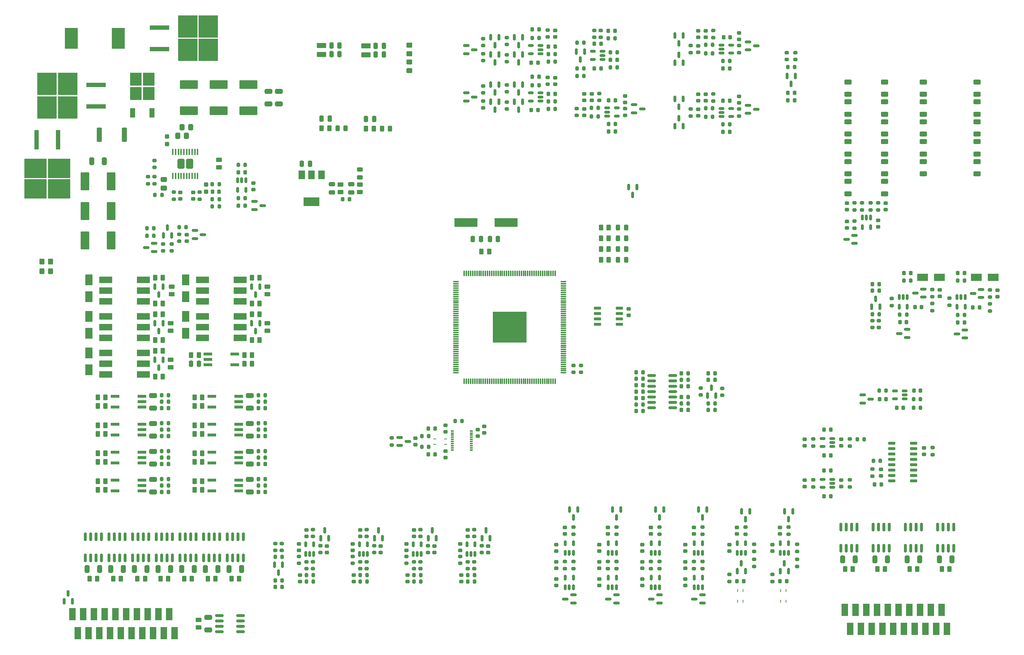
<source format=gbr>
%TF.GenerationSoftware,KiCad,Pcbnew,(6.0.9)*%
%TF.CreationDate,2023-05-11T15:11:40+03:00*%
%TF.ProjectId,EVD80_ControlBoard,45564438-305f-4436-9f6e-74726f6c426f,rev?*%
%TF.SameCoordinates,Original*%
%TF.FileFunction,Paste,Top*%
%TF.FilePolarity,Positive*%
%FSLAX46Y46*%
G04 Gerber Fmt 4.6, Leading zero omitted, Abs format (unit mm)*
G04 Created by KiCad (PCBNEW (6.0.9)) date 2023-05-11 15:11:40*
%MOMM*%
%LPD*%
G01*
G04 APERTURE LIST*
G04 Aperture macros list*
%AMRoundRect*
0 Rectangle with rounded corners*
0 $1 Rounding radius*
0 $2 $3 $4 $5 $6 $7 $8 $9 X,Y pos of 4 corners*
0 Add a 4 corners polygon primitive as box body*
4,1,4,$2,$3,$4,$5,$6,$7,$8,$9,$2,$3,0*
0 Add four circle primitives for the rounded corners*
1,1,$1+$1,$2,$3*
1,1,$1+$1,$4,$5*
1,1,$1+$1,$6,$7*
1,1,$1+$1,$8,$9*
0 Add four rect primitives between the rounded corners*
20,1,$1+$1,$2,$3,$4,$5,0*
20,1,$1+$1,$4,$5,$6,$7,0*
20,1,$1+$1,$6,$7,$8,$9,0*
20,1,$1+$1,$8,$9,$2,$3,0*%
G04 Aperture macros list end*
%ADD10R,1.800000X2.500000*%
%ADD11RoundRect,0.150000X0.587500X0.150000X-0.587500X0.150000X-0.587500X-0.150000X0.587500X-0.150000X0*%
%ADD12RoundRect,0.250000X0.450000X-0.262500X0.450000X0.262500X-0.450000X0.262500X-0.450000X-0.262500X0*%
%ADD13RoundRect,0.225000X0.225000X0.250000X-0.225000X0.250000X-0.225000X-0.250000X0.225000X-0.250000X0*%
%ADD14RoundRect,0.225000X-0.250000X0.225000X-0.250000X-0.225000X0.250000X-0.225000X0.250000X0.225000X0*%
%ADD15RoundRect,0.250000X-0.262500X-0.450000X0.262500X-0.450000X0.262500X0.450000X-0.262500X0.450000X0*%
%ADD16RoundRect,0.200000X0.275000X-0.200000X0.275000X0.200000X-0.275000X0.200000X-0.275000X-0.200000X0*%
%ADD17RoundRect,0.225000X-0.225000X-0.250000X0.225000X-0.250000X0.225000X0.250000X-0.225000X0.250000X0*%
%ADD18RoundRect,0.250000X0.650000X-0.325000X0.650000X0.325000X-0.650000X0.325000X-0.650000X-0.325000X0*%
%ADD19RoundRect,0.200000X-0.275000X0.200000X-0.275000X-0.200000X0.275000X-0.200000X0.275000X0.200000X0*%
%ADD20RoundRect,0.200000X-0.200000X-0.275000X0.200000X-0.275000X0.200000X0.275000X-0.200000X0.275000X0*%
%ADD21RoundRect,0.225000X0.250000X-0.225000X0.250000X0.225000X-0.250000X0.225000X-0.250000X-0.225000X0*%
%ADD22RoundRect,0.250000X-0.625000X0.312500X-0.625000X-0.312500X0.625000X-0.312500X0.625000X0.312500X0*%
%ADD23R,1.500000X3.000000*%
%ADD24RoundRect,0.250000X0.262500X0.450000X-0.262500X0.450000X-0.262500X-0.450000X0.262500X-0.450000X0*%
%ADD25RoundRect,0.150000X-0.150000X0.587500X-0.150000X-0.587500X0.150000X-0.587500X0.150000X0.587500X0*%
%ADD26RoundRect,0.250000X0.325000X0.650000X-0.325000X0.650000X-0.325000X-0.650000X0.325000X-0.650000X0*%
%ADD27RoundRect,0.200000X0.200000X0.275000X-0.200000X0.275000X-0.200000X-0.275000X0.200000X-0.275000X0*%
%ADD28RoundRect,0.150000X0.512500X0.150000X-0.512500X0.150000X-0.512500X-0.150000X0.512500X-0.150000X0*%
%ADD29RoundRect,0.150000X0.150000X-0.587500X0.150000X0.587500X-0.150000X0.587500X-0.150000X-0.587500X0*%
%ADD30RoundRect,0.150000X-0.587500X-0.150000X0.587500X-0.150000X0.587500X0.150000X-0.587500X0.150000X0*%
%ADD31R,2.000000X0.640000*%
%ADD32RoundRect,0.250000X-1.875000X0.787500X-1.875000X-0.787500X1.875000X-0.787500X1.875000X0.787500X0*%
%ADD33RoundRect,0.150000X-0.150000X0.512500X-0.150000X-0.512500X0.150000X-0.512500X0.150000X0.512500X0*%
%ADD34R,5.250000X4.550000*%
%ADD35R,1.100000X4.600000*%
%ADD36R,2.500000X1.800000*%
%ADD37R,4.550000X5.250000*%
%ADD38R,4.600000X1.100000*%
%ADD39R,0.762000X0.254000*%
%ADD40R,3.100000X5.000000*%
%ADD41RoundRect,0.250000X-0.450000X0.262500X-0.450000X-0.262500X0.450000X-0.262500X0.450000X0.262500X0*%
%ADD42R,0.254000X0.762000*%
%ADD43RoundRect,0.250000X-0.325000X-0.450000X0.325000X-0.450000X0.325000X0.450000X-0.325000X0.450000X0*%
%ADD44RoundRect,0.250000X-0.250000X-0.475000X0.250000X-0.475000X0.250000X0.475000X-0.250000X0.475000X0*%
%ADD45RoundRect,0.237500X-0.237500X0.300000X-0.237500X-0.300000X0.237500X-0.300000X0.237500X0.300000X0*%
%ADD46O,0.299999X1.450000*%
%ADD47O,1.450000X0.299999*%
%ADD48R,8.069999X7.330000*%
%ADD49RoundRect,0.243750X0.243750X0.456250X-0.243750X0.456250X-0.243750X-0.456250X0.243750X-0.456250X0*%
%ADD50R,2.750000X3.050000*%
%ADD51R,1.200000X2.200000*%
%ADD52RoundRect,0.250000X-0.787500X-1.875000X0.787500X-1.875000X0.787500X1.875000X-0.787500X1.875000X0*%
%ADD53RoundRect,0.150000X-0.512500X-0.150000X0.512500X-0.150000X0.512500X0.150000X-0.512500X0.150000X0*%
%ADD54RoundRect,0.150000X-0.150000X0.825000X-0.150000X-0.825000X0.150000X-0.825000X0.150000X0.825000X0*%
%ADD55RoundRect,0.250000X-0.650000X0.325000X-0.650000X-0.325000X0.650000X-0.325000X0.650000X0.325000X0*%
%ADD56RoundRect,0.150000X0.150000X-0.512500X0.150000X0.512500X-0.150000X0.512500X-0.150000X-0.512500X0*%
%ADD57RoundRect,0.250000X-0.850000X0.375000X-0.850000X-0.375000X0.850000X-0.375000X0.850000X0.375000X0*%
%ADD58RoundRect,0.250000X-0.325000X-0.650000X0.325000X-0.650000X0.325000X0.650000X-0.325000X0.650000X0*%
%ADD59R,3.100000X1.600000*%
%ADD60RoundRect,0.150000X-0.825000X-0.150000X0.825000X-0.150000X0.825000X0.150000X-0.825000X0.150000X0*%
%ADD61RoundRect,0.150000X0.725000X0.150000X-0.725000X0.150000X-0.725000X-0.150000X0.725000X-0.150000X0*%
%ADD62RoundRect,0.237500X0.237500X-0.300000X0.237500X0.300000X-0.237500X0.300000X-0.237500X-0.300000X0*%
%ADD63RoundRect,0.250000X0.475000X-0.250000X0.475000X0.250000X-0.475000X0.250000X-0.475000X-0.250000X0*%
%ADD64RoundRect,0.250000X0.250000X0.475000X-0.250000X0.475000X-0.250000X-0.475000X0.250000X-0.475000X0*%
%ADD65RoundRect,0.150000X0.825000X0.150000X-0.825000X0.150000X-0.825000X-0.150000X0.825000X-0.150000X0*%
%ADD66R,1.500000X2.000000*%
%ADD67R,3.800000X2.000000*%
%ADD68RoundRect,0.250000X-0.362500X-1.425000X0.362500X-1.425000X0.362500X1.425000X-0.362500X1.425000X0*%
%ADD69RoundRect,0.250000X0.475000X-0.337500X0.475000X0.337500X-0.475000X0.337500X-0.475000X-0.337500X0*%
%ADD70RoundRect,0.250000X-0.350000X-0.450000X0.350000X-0.450000X0.350000X0.450000X-0.350000X0.450000X0*%
%ADD71RoundRect,0.243750X-0.456250X0.243750X-0.456250X-0.243750X0.456250X-0.243750X0.456250X0.243750X0*%
%ADD72RoundRect,0.250000X-0.337500X-0.475000X0.337500X-0.475000X0.337500X0.475000X-0.337500X0.475000X0*%
%ADD73RoundRect,0.250000X-0.450000X0.350000X-0.450000X-0.350000X0.450000X-0.350000X0.450000X0.350000X0*%
%ADD74R,5.500000X2.000000*%
%ADD75RoundRect,0.250000X0.450000X-0.325000X0.450000X0.325000X-0.450000X0.325000X-0.450000X-0.325000X0*%
%ADD76RoundRect,0.218750X-0.218750X-0.256250X0.218750X-0.256250X0.218750X0.256250X-0.218750X0.256250X0*%
%ADD77R,0.780000X0.350000*%
%ADD78RoundRect,0.150000X-0.725000X-0.150000X0.725000X-0.150000X0.725000X0.150000X-0.725000X0.150000X0*%
%ADD79RoundRect,0.250001X0.554999X-0.899999X0.554999X0.899999X-0.554999X0.899999X-0.554999X-0.899999X0*%
%ADD80RoundRect,0.100000X0.100000X-0.637500X0.100000X0.637500X-0.100000X0.637500X-0.100000X-0.637500X0*%
G04 APERTURE END LIST*
D10*
%TO.C,D37*%
X118618000Y-152432000D03*
X118618000Y-156432000D03*
%TD*%
D11*
%TO.C,U12*%
X134033500Y-137094000D03*
X134033500Y-135194000D03*
X132158500Y-136144000D03*
%TD*%
D12*
%TO.C,R183*%
X137922000Y-164488500D03*
X137922000Y-162663500D03*
%TD*%
D13*
%TO.C,C87*%
X270044500Y-86490000D03*
X268494500Y-86490000D03*
%TD*%
D14*
%TO.C,C128*%
X168478000Y-213520000D03*
X168478000Y-215070000D03*
%TD*%
D15*
%TO.C,R146*%
X143537500Y-191392000D03*
X145362500Y-191392000D03*
%TD*%
D16*
%TO.C,R79*%
X217278000Y-99377000D03*
X217278000Y-97727000D03*
%TD*%
%TO.C,R197*%
X275768000Y-207965000D03*
X275768000Y-206315000D03*
%TD*%
D17*
%TO.C,C227*%
X313455000Y-169940000D03*
X315005000Y-169940000D03*
%TD*%
D18*
%TO.C,C175*%
X133782000Y-193883000D03*
X133782000Y-190933000D03*
%TD*%
D11*
%TO.C,D30*%
X243177500Y-220155000D03*
X243177500Y-218255000D03*
X241302500Y-219205000D03*
%TD*%
D14*
%TO.C,C134*%
X182702000Y-202852000D03*
X182702000Y-204402000D03*
%TD*%
D19*
%TO.C,R24*%
X138633000Y-123058000D03*
X138633000Y-124708000D03*
%TD*%
D16*
%TO.C,R80*%
X217278000Y-88201000D03*
X217278000Y-86551000D03*
%TD*%
D20*
%TO.C,R48*%
X264275000Y-88268000D03*
X265925000Y-88268000D03*
%TD*%
D16*
%TO.C,R228*%
X198704000Y-208262000D03*
X198704000Y-206612000D03*
%TD*%
D21*
%TO.C,C202*%
X212928000Y-208212000D03*
X212928000Y-206662000D03*
%TD*%
D14*
%TO.C,C95*%
X235566000Y-103365000D03*
X235566000Y-104915000D03*
%TD*%
%TO.C,C129*%
X193878000Y-213520000D03*
X193878000Y-215070000D03*
%TD*%
D22*
%TO.C,R113*%
X297942000Y-101722500D03*
X297942000Y-104647500D03*
%TD*%
D23*
%TO.C,J9*%
X297185000Y-221750000D03*
X298455000Y-226250000D03*
X299725000Y-221750000D03*
X300995000Y-226250000D03*
X302265000Y-221750000D03*
X303535000Y-226250000D03*
X304805000Y-221750000D03*
X306075000Y-226250000D03*
X307345000Y-221750000D03*
X308615000Y-226250000D03*
X309885000Y-221750000D03*
X311155000Y-226250000D03*
X312425000Y-221750000D03*
X313695000Y-226250000D03*
X314965000Y-221750000D03*
X316235000Y-226250000D03*
X317505000Y-221750000D03*
X318775000Y-226250000D03*
X320045000Y-221750000D03*
X321315000Y-226250000D03*
%TD*%
D15*
%TO.C,R169*%
X120677500Y-193424000D03*
X122502500Y-193424000D03*
%TD*%
D22*
%TO.C,R220*%
X315722000Y-101722500D03*
X315722000Y-104647500D03*
%TD*%
D17*
%TO.C,C106*%
X237993000Y-93804500D03*
X239543000Y-93804500D03*
%TD*%
D20*
%TO.C,R33*%
X132271000Y-131572000D03*
X133921000Y-131572000D03*
%TD*%
D15*
%TO.C,R155*%
X143537500Y-180216000D03*
X145362500Y-180216000D03*
%TD*%
D24*
%TO.C,R180*%
X158900500Y-157988000D03*
X157075500Y-157988000D03*
%TD*%
D14*
%TO.C,C92*%
X237344000Y-99809000D03*
X237344000Y-101359000D03*
%TD*%
D21*
%TO.C,C209*%
X202870000Y-185817000D03*
X202870000Y-184267000D03*
%TD*%
D16*
%TO.C,R106*%
X196926000Y-212072000D03*
X196926000Y-210422000D03*
%TD*%
D24*
%TO.C,R186*%
X136040500Y-160528000D03*
X134215500Y-160528000D03*
%TD*%
D25*
%TO.C,D15*%
X258938000Y-86060500D03*
X257038000Y-86060500D03*
X257988000Y-87935500D03*
%TD*%
D24*
%TO.C,R190*%
X136040500Y-157988000D03*
X134215500Y-157988000D03*
%TD*%
D17*
%TO.C,C228*%
X309391000Y-174004000D03*
X310941000Y-174004000D03*
%TD*%
D19*
%TO.C,R254*%
X289738000Y-191075000D03*
X289738000Y-192725000D03*
%TD*%
D24*
%TO.C,R89*%
X131849500Y-214376000D03*
X130024500Y-214376000D03*
%TD*%
D26*
%TO.C,C127*%
X299590000Y-209807000D03*
X296640000Y-209807000D03*
%TD*%
D13*
%TO.C,C89*%
X242945000Y-108712000D03*
X241395000Y-108712000D03*
%TD*%
D16*
%TO.C,R92*%
X170002000Y-212072000D03*
X170002000Y-210422000D03*
%TD*%
D27*
%TO.C,R1*%
X266509000Y-174549000D03*
X264859000Y-174549000D03*
%TD*%
D22*
%TO.C,R210*%
X328422000Y-101722500D03*
X328422000Y-104647500D03*
%TD*%
D21*
%TO.C,C212*%
X195758000Y-182769000D03*
X195758000Y-181219000D03*
%TD*%
D16*
%TO.C,R259*%
X234874000Y-165674000D03*
X234874000Y-164024000D03*
%TD*%
D20*
%TO.C,R171*%
X135751000Y-192408000D03*
X137401000Y-192408000D03*
%TD*%
D11*
%TO.C,D27*%
X253337500Y-220155000D03*
X253337500Y-218255000D03*
X251462500Y-219205000D03*
%TD*%
%TO.C,D31*%
X233017500Y-220155000D03*
X233017500Y-218255000D03*
X231142500Y-219205000D03*
%TD*%
D19*
%TO.C,R28*%
X132535000Y-119442000D03*
X132535000Y-121092000D03*
%TD*%
D21*
%TO.C,C124*%
X174828000Y-208212000D03*
X174828000Y-206662000D03*
%TD*%
D28*
%TO.C,U70*%
X294177500Y-192850000D03*
X294177500Y-191900000D03*
X294177500Y-190950000D03*
X291902500Y-190950000D03*
X291902500Y-192850000D03*
%TD*%
D29*
%TO.C,D21*%
X198770000Y-204818500D03*
X200670000Y-204818500D03*
X199720000Y-202943500D03*
%TD*%
D19*
%TO.C,R203*%
X331470000Y-149477000D03*
X331470000Y-151127000D03*
%TD*%
D30*
%TO.C,D8*%
X143639500Y-132149000D03*
X143639500Y-134049000D03*
X145514500Y-133099000D03*
%TD*%
D22*
%TO.C,R207*%
X328422000Y-115819500D03*
X328422000Y-118744500D03*
%TD*%
D26*
%TO.C,C117*%
X154637000Y-212090000D03*
X151687000Y-212090000D03*
%TD*%
D20*
%TO.C,R212*%
X323787000Y-143952000D03*
X325437000Y-143952000D03*
%TD*%
D24*
%TO.C,R178*%
X157122500Y-163576000D03*
X155297500Y-163576000D03*
%TD*%
D14*
%TO.C,C79*%
X141732000Y-133083000D03*
X141732000Y-134633000D03*
%TD*%
%TO.C,C206*%
X210490000Y-179187000D03*
X210490000Y-180737000D03*
%TD*%
D12*
%TO.C,R4*%
X178054000Y-123086500D03*
X178054000Y-121261500D03*
%TD*%
D31*
%TO.C,U42*%
X124790000Y-171326000D03*
X124790000Y-173866000D03*
X131090000Y-173866000D03*
X131090000Y-172596000D03*
X131090000Y-171326000D03*
%TD*%
D25*
%TO.C,D52*%
X248016000Y-121874500D03*
X246116000Y-121874500D03*
X247066000Y-123749500D03*
%TD*%
D20*
%TO.C,R2*%
X264859000Y-173025000D03*
X266509000Y-173025000D03*
%TD*%
D32*
%TO.C,C196*%
X156250000Y-97637500D03*
X156250000Y-103862500D03*
%TD*%
D19*
%TO.C,R54*%
X266116000Y-99889000D03*
X266116000Y-101539000D03*
%TD*%
D14*
%TO.C,C150*%
X259512000Y-206365000D03*
X259512000Y-207915000D03*
%TD*%
D20*
%TO.C,R204*%
X323787000Y-152080000D03*
X325437000Y-152080000D03*
%TD*%
D17*
%TO.C,C13*%
X258559000Y-171450000D03*
X260109000Y-171450000D03*
%TD*%
%TO.C,C179*%
X281851000Y-215014000D03*
X283401000Y-215014000D03*
%TD*%
D27*
%TO.C,R243*%
X198869000Y-183264000D03*
X197219000Y-183264000D03*
%TD*%
D24*
%TO.C,R85*%
X142898500Y-214376000D03*
X141073500Y-214376000D03*
%TD*%
%TO.C,R90*%
X126134500Y-214376000D03*
X124309500Y-214376000D03*
%TD*%
D21*
%TO.C,C60*%
X246126000Y-152159000D03*
X246126000Y-150609000D03*
%TD*%
D16*
%TO.C,R138*%
X233096000Y-212029000D03*
X233096000Y-210379000D03*
%TD*%
D19*
%TO.C,R133*%
X251384000Y-210379000D03*
X251384000Y-212029000D03*
%TD*%
D33*
%TO.C,U10*%
X155636000Y-120274500D03*
X154686000Y-120274500D03*
X153736000Y-120274500D03*
X153736000Y-122549500D03*
X155636000Y-122549500D03*
%TD*%
D14*
%TO.C,C155*%
X229032000Y-214493000D03*
X229032000Y-216043000D03*
%TD*%
D15*
%TO.C,R182*%
X142724500Y-161544000D03*
X144549500Y-161544000D03*
%TD*%
D16*
%TO.C,R260*%
X233096000Y-165674000D03*
X233096000Y-164024000D03*
%TD*%
D17*
%TO.C,C102*%
X241295000Y-84914500D03*
X242845000Y-84914500D03*
%TD*%
D21*
%TO.C,C107*%
X228708000Y-97549000D03*
X228708000Y-95999000D03*
%TD*%
D24*
%TO.C,R91*%
X120546500Y-214376000D03*
X118721500Y-214376000D03*
%TD*%
D34*
%TO.C,Q1*%
X111525000Y-117450000D03*
X105975000Y-117450000D03*
X111525000Y-122300000D03*
X105975000Y-122300000D03*
D35*
X111290000Y-110725000D03*
X106210000Y-110725000D03*
%TD*%
D36*
%TO.C,D44*%
X332200000Y-143190000D03*
X328200000Y-143190000D03*
%TD*%
D13*
%TO.C,C203*%
X164181000Y-214803000D03*
X162631000Y-214803000D03*
%TD*%
D21*
%TO.C,C219*%
X296342000Y-192675000D03*
X296342000Y-191125000D03*
%TD*%
D25*
%TO.C,Q15*%
X136078000Y-162638500D03*
X134178000Y-162638500D03*
X135128000Y-164513500D03*
%TD*%
D20*
%TO.C,R50*%
X264275000Y-103254000D03*
X265925000Y-103254000D03*
%TD*%
D27*
%TO.C,R258*%
X306927000Y-169940000D03*
X305277000Y-169940000D03*
%TD*%
D37*
%TO.C,D9*%
X141950000Y-89475000D03*
X146800000Y-89475000D03*
X141950000Y-83925000D03*
X146800000Y-83925000D03*
D38*
X135225000Y-84160000D03*
X135225000Y-89240000D03*
%TD*%
D19*
%TO.C,R124*%
X303276000Y-125601000D03*
X303276000Y-127251000D03*
%TD*%
D15*
%TO.C,R145*%
X120677500Y-186820000D03*
X122502500Y-186820000D03*
%TD*%
D14*
%TO.C,C135*%
X193624000Y-206154000D03*
X193624000Y-207704000D03*
%TD*%
%TO.C,C207*%
X212014000Y-178412000D03*
X212014000Y-179962000D03*
%TD*%
D26*
%TO.C,C116*%
X149049000Y-212090000D03*
X146099000Y-212090000D03*
%TD*%
D24*
%TO.C,R179*%
X157122500Y-161544000D03*
X155297500Y-161544000D03*
%TD*%
D16*
%TO.C,R241*%
X211404000Y-208262000D03*
X211404000Y-206612000D03*
%TD*%
D20*
%TO.C,R46*%
X237281000Y-103124000D03*
X238931000Y-103124000D03*
%TD*%
%TO.C,R101*%
X195339000Y-213533000D03*
X196989000Y-213533000D03*
%TD*%
D19*
%TO.C,R69*%
X226930000Y-95949000D03*
X226930000Y-97599000D03*
%TD*%
D21*
%TO.C,C220*%
X296342000Y-183023000D03*
X296342000Y-181473000D03*
%TD*%
D39*
%TO.C,L12*%
X202870000Y-182643999D03*
X202870000Y-181344001D03*
X200330000Y-181344001D03*
X200330000Y-182643999D03*
%TD*%
D22*
%TO.C,R120*%
X306578000Y-120518500D03*
X306578000Y-123443500D03*
%TD*%
D25*
%TO.C,Q8*%
X221022000Y-86438500D03*
X219122000Y-86438500D03*
X220072000Y-88313500D03*
%TD*%
D19*
%TO.C,R123*%
X299466000Y-125601000D03*
X299466000Y-127251000D03*
%TD*%
D40*
%TO.C,L7*%
X114450000Y-86700000D03*
X125550000Y-86700000D03*
%TD*%
D14*
%TO.C,C161*%
X231064000Y-202301000D03*
X231064000Y-203851000D03*
%TD*%
D27*
%TO.C,R75*%
X224961000Y-97790000D03*
X223311000Y-97790000D03*
%TD*%
D41*
%TO.C,TH1*%
X149352000Y-115419500D03*
X149352000Y-117244500D03*
%TD*%
D33*
%TO.C,U59*%
X325562000Y-147894500D03*
X324612000Y-147894500D03*
X323662000Y-147894500D03*
X323662000Y-150169500D03*
X325562000Y-150169500D03*
%TD*%
D42*
%TO.C,L10*%
X271816001Y-219713000D03*
X273115999Y-219713000D03*
X273115999Y-217173000D03*
X271816001Y-217173000D03*
%TD*%
D28*
%TO.C,U71*%
X294177500Y-183198000D03*
X294177500Y-182248000D03*
X294177500Y-181298000D03*
X291902500Y-181298000D03*
X291902500Y-183198000D03*
%TD*%
D14*
%TO.C,C83*%
X245218000Y-100317000D03*
X245218000Y-101867000D03*
%TD*%
D16*
%TO.C,R195*%
X275768000Y-211521000D03*
X275768000Y-209871000D03*
%TD*%
D19*
%TO.C,R231*%
X164168000Y-206104000D03*
X164168000Y-207754000D03*
%TD*%
D43*
%TO.C,D4*%
X107475000Y-141750000D03*
X109525000Y-141750000D03*
%TD*%
D16*
%TO.C,R248*%
X303708000Y-190185000D03*
X303708000Y-188535000D03*
%TD*%
D19*
%TO.C,R57*%
X260782000Y-103445000D03*
X260782000Y-105095000D03*
%TD*%
D30*
%TO.C,D12*%
X274322500Y-102558000D03*
X274322500Y-104458000D03*
X276197500Y-103508000D03*
%TD*%
D16*
%TO.C,R205*%
X331470000Y-147825000D03*
X331470000Y-146175000D03*
%TD*%
D19*
%TO.C,R70*%
X226930000Y-84773000D03*
X226930000Y-86423000D03*
%TD*%
D44*
%TO.C,C61*%
X213300000Y-134106000D03*
X215200000Y-134106000D03*
%TD*%
D15*
%TO.C,R157*%
X143537500Y-186820000D03*
X145362500Y-186820000D03*
%TD*%
%TO.C,R142*%
X120677500Y-171580000D03*
X122502500Y-171580000D03*
%TD*%
D36*
%TO.C,D46*%
X319500000Y-143190000D03*
X315500000Y-143190000D03*
%TD*%
D20*
%TO.C,R151*%
X135751000Y-171072000D03*
X137401000Y-171072000D03*
%TD*%
%TO.C,R161*%
X158611000Y-185804000D03*
X160261000Y-185804000D03*
%TD*%
D18*
%TO.C,C164*%
X156642000Y-193883000D03*
X156642000Y-190933000D03*
%TD*%
D27*
%TO.C,R71*%
X228771000Y-103378000D03*
X227121000Y-103378000D03*
%TD*%
D21*
%TO.C,C226*%
X287706000Y-183023000D03*
X287706000Y-181473000D03*
%TD*%
D15*
%TO.C,R159*%
X143537500Y-173612000D03*
X145362500Y-173612000D03*
%TD*%
D45*
%TO.C,C73*%
X146253000Y-121242500D03*
X146253000Y-122967500D03*
%TD*%
D20*
%TO.C,R43*%
X241345000Y-106934000D03*
X242995000Y-106934000D03*
%TD*%
D19*
%TO.C,R253*%
X298374000Y-181423000D03*
X298374000Y-183073000D03*
%TD*%
D46*
%TO.C,U7*%
X207249999Y-167725001D03*
X207749998Y-167725001D03*
X208249999Y-167725001D03*
X208749998Y-167725001D03*
X209250000Y-167725001D03*
X209749999Y-167725001D03*
X210249998Y-167725001D03*
X210749999Y-167725001D03*
X211249998Y-167725001D03*
X211750000Y-167725001D03*
X212249999Y-167725001D03*
X212749998Y-167725001D03*
X213249999Y-167725001D03*
X213749998Y-167725001D03*
X214250000Y-167725001D03*
X214749999Y-167725001D03*
X215249998Y-167725001D03*
X215749999Y-167725001D03*
X216249998Y-167725001D03*
X216750000Y-167725001D03*
X217249999Y-167725001D03*
X217749998Y-167725001D03*
X218250000Y-167725001D03*
X218749998Y-167725001D03*
X219250000Y-167725001D03*
X219749999Y-167725001D03*
X220249998Y-167725001D03*
X220750000Y-167725001D03*
X221249999Y-167725001D03*
X221749998Y-167725001D03*
X222249999Y-167725001D03*
X222749998Y-167725001D03*
X223250000Y-167725001D03*
X223749999Y-167725001D03*
X224249998Y-167725001D03*
X224749999Y-167725001D03*
X225249998Y-167725001D03*
X225750000Y-167725001D03*
X226249999Y-167725001D03*
X226749998Y-167725001D03*
X227249999Y-167725001D03*
X227749998Y-167725001D03*
X228250000Y-167725001D03*
X228749999Y-167725001D03*
D47*
X230724999Y-165750001D03*
X230724999Y-165250002D03*
X230724999Y-164750001D03*
X230724999Y-164250002D03*
X230724999Y-163750000D03*
X230724999Y-163250001D03*
X230724999Y-162750002D03*
X230724999Y-162250001D03*
X230724999Y-161750002D03*
X230724999Y-161250000D03*
X230724999Y-160750001D03*
X230724999Y-160250002D03*
X230724999Y-159750001D03*
X230724999Y-159250002D03*
X230724999Y-158750000D03*
X230724999Y-158250001D03*
X230724999Y-157750002D03*
X230724999Y-157250001D03*
X230724999Y-156750002D03*
X230724999Y-156250000D03*
X230724999Y-155750001D03*
X230724999Y-155250002D03*
X230724999Y-154750000D03*
X230724999Y-154250002D03*
X230724999Y-153750000D03*
X230724999Y-153250001D03*
X230724999Y-152750002D03*
X230724999Y-152250000D03*
X230724999Y-151750001D03*
X230724999Y-151250002D03*
X230724999Y-150750001D03*
X230724999Y-150250002D03*
X230724999Y-149750000D03*
X230724999Y-149250001D03*
X230724999Y-148750002D03*
X230724999Y-148250001D03*
X230724999Y-147750002D03*
X230724999Y-147250000D03*
X230724999Y-146750001D03*
X230724999Y-146250002D03*
X230724999Y-145750001D03*
X230724999Y-145250002D03*
X230724999Y-144750000D03*
X230724999Y-144250001D03*
D46*
X228749999Y-142275001D03*
X228250000Y-142275001D03*
X227749998Y-142275001D03*
X227249999Y-142275001D03*
X226749998Y-142275001D03*
X226249999Y-142275001D03*
X225750000Y-142275001D03*
X225249998Y-142275001D03*
X224749999Y-142275001D03*
X224249998Y-142275001D03*
X223749999Y-142275001D03*
X223250000Y-142275001D03*
X222749998Y-142275001D03*
X222249999Y-142275001D03*
X221749998Y-142275001D03*
X221249999Y-142275001D03*
X220750000Y-142275001D03*
X220249998Y-142275001D03*
X219749999Y-142275001D03*
X219250000Y-142275001D03*
X218749998Y-142275001D03*
X218250000Y-142275001D03*
X217749998Y-142275001D03*
X217249999Y-142275001D03*
X216750000Y-142275001D03*
X216249998Y-142275001D03*
X215749999Y-142275001D03*
X215249998Y-142275001D03*
X214749999Y-142275001D03*
X214250000Y-142275001D03*
X213749998Y-142275001D03*
X213249999Y-142275001D03*
X212749998Y-142275001D03*
X212249999Y-142275001D03*
X211750000Y-142275001D03*
X211249998Y-142275001D03*
X210749999Y-142275001D03*
X210249998Y-142275001D03*
X209749999Y-142275001D03*
X209250000Y-142275001D03*
X208749998Y-142275001D03*
X208249999Y-142275001D03*
X207749998Y-142275001D03*
X207249999Y-142275001D03*
D47*
X205274999Y-144250001D03*
X205274999Y-144750000D03*
X205274999Y-145250002D03*
X205274999Y-145750001D03*
X205274999Y-146250002D03*
X205274999Y-146750001D03*
X205274999Y-147250000D03*
X205274999Y-147750002D03*
X205274999Y-148250001D03*
X205274999Y-148750002D03*
X205274999Y-149250001D03*
X205274999Y-149750000D03*
X205274999Y-150250002D03*
X205274999Y-150750001D03*
X205274999Y-151250002D03*
X205274999Y-151750001D03*
X205274999Y-152250000D03*
X205274999Y-152750002D03*
X205274999Y-153250001D03*
X205274999Y-153750000D03*
X205274999Y-154250002D03*
X205274999Y-154750000D03*
X205274999Y-155250002D03*
X205274999Y-155750001D03*
X205274999Y-156250000D03*
X205274999Y-156750002D03*
X205274999Y-157250001D03*
X205274999Y-157750002D03*
X205274999Y-158250001D03*
X205274999Y-158750000D03*
X205274999Y-159250002D03*
X205274999Y-159750001D03*
X205274999Y-160250002D03*
X205274999Y-160750001D03*
X205274999Y-161250000D03*
X205274999Y-161750002D03*
X205274999Y-162250001D03*
X205274999Y-162750002D03*
X205274999Y-163250001D03*
X205274999Y-163750000D03*
X205274999Y-164250002D03*
X205274999Y-164750001D03*
X205274999Y-165250002D03*
X205274999Y-165750001D03*
D48*
X218000000Y-155000000D03*
%TD*%
D16*
%TO.C,R40*%
X245218000Y-104965000D03*
X245218000Y-103315000D03*
%TD*%
D19*
%TO.C,R64*%
X239530000Y-84851500D03*
X239530000Y-86501500D03*
%TD*%
%TO.C,R137*%
X241224000Y-210379000D03*
X241224000Y-212029000D03*
%TD*%
D12*
%TO.C,R7*%
X182626000Y-123086500D03*
X182626000Y-121261500D03*
%TD*%
D25*
%TO.C,Q6*%
X221022000Y-90502500D03*
X219122000Y-90502500D03*
X220072000Y-92377500D03*
%TD*%
D20*
%TO.C,R49*%
X264275000Y-90300000D03*
X265925000Y-90300000D03*
%TD*%
D29*
%TO.C,Q2*%
X136210000Y-133271500D03*
X138110000Y-133271500D03*
X137160000Y-131396500D03*
%TD*%
D27*
%TO.C,R128*%
X260159000Y-167386000D03*
X258509000Y-167386000D03*
%TD*%
D19*
%TO.C,R53*%
X266116000Y-84903000D03*
X266116000Y-86553000D03*
%TD*%
D26*
%TO.C,C115*%
X143461000Y-212090000D03*
X140511000Y-212090000D03*
%TD*%
D29*
%TO.C,D22*%
X186070000Y-204818500D03*
X187970000Y-204818500D03*
X187020000Y-202943500D03*
%TD*%
D15*
%TO.C,R147*%
X143537500Y-193424000D03*
X145362500Y-193424000D03*
%TD*%
D11*
%TO.C,Q19*%
X315694500Y-147892000D03*
X315694500Y-145992000D03*
X313819500Y-146942000D03*
%TD*%
D49*
%TO.C,D50*%
X245463500Y-131448000D03*
X243588500Y-131448000D03*
%TD*%
D50*
%TO.C,Q3*%
X132725000Y-99725000D03*
X129675000Y-99725000D03*
X132725000Y-96375000D03*
X129675000Y-96375000D03*
D51*
X128920000Y-104350000D03*
X133480000Y-104350000D03*
%TD*%
D18*
%TO.C,C174*%
X133782000Y-180675000D03*
X133782000Y-177725000D03*
%TD*%
D17*
%TO.C,C105*%
X283705000Y-101346000D03*
X285255000Y-101346000D03*
%TD*%
%TO.C,C217*%
X304203000Y-192154000D03*
X305753000Y-192154000D03*
%TD*%
D52*
%TO.C,C65*%
X117637500Y-127500000D03*
X123862500Y-127500000D03*
%TD*%
D12*
%TO.C,R174*%
X160782000Y-155852500D03*
X160782000Y-154027500D03*
%TD*%
D14*
%TO.C,C152*%
X261544000Y-202301000D03*
X261544000Y-203851000D03*
%TD*%
D19*
%TO.C,R206*%
X321869000Y-148149000D03*
X321869000Y-149799000D03*
%TD*%
D16*
%TO.C,R199*%
X273736000Y-203901000D03*
X273736000Y-202251000D03*
%TD*%
D25*
%TO.C,Q14*%
X158938000Y-145366500D03*
X157038000Y-145366500D03*
X157988000Y-147241500D03*
%TD*%
%TO.C,D28*%
X264526000Y-198074500D03*
X262626000Y-198074500D03*
X263576000Y-199949500D03*
%TD*%
D19*
%TO.C,R58*%
X283464000Y-90107000D03*
X283464000Y-91757000D03*
%TD*%
D30*
%TO.C,D6*%
X157736500Y-125291000D03*
X157736500Y-127191000D03*
X159611500Y-126241000D03*
%TD*%
D20*
%TO.C,R9*%
X247841000Y-167132000D03*
X249491000Y-167132000D03*
%TD*%
D14*
%TO.C,C94*%
X264338000Y-99939000D03*
X264338000Y-101489000D03*
%TD*%
D53*
%TO.C,U15*%
X268026500Y-103320000D03*
X268026500Y-104270000D03*
X268026500Y-105220000D03*
X270301500Y-105220000D03*
X270301500Y-103320000D03*
%TD*%
D54*
%TO.C,U22*%
X155067000Y-204535000D03*
X153797000Y-204535000D03*
X152527000Y-204535000D03*
X151257000Y-204535000D03*
X151257000Y-209485000D03*
X152527000Y-209485000D03*
X153797000Y-209485000D03*
X155067000Y-209485000D03*
%TD*%
D27*
%TO.C,R229*%
X209689000Y-215057000D03*
X208039000Y-215057000D03*
%TD*%
D22*
%TO.C,R209*%
X328422000Y-106421500D03*
X328422000Y-109346500D03*
%TD*%
D16*
%TO.C,R227*%
X173304000Y-208262000D03*
X173304000Y-206612000D03*
%TD*%
D55*
%TO.C,C81*%
X161000000Y-99275000D03*
X161000000Y-102225000D03*
%TD*%
D27*
%TO.C,R66*%
X235529000Y-95582500D03*
X233879000Y-95582500D03*
%TD*%
D19*
%TO.C,R216*%
X308204000Y-148218000D03*
X308204000Y-149868000D03*
%TD*%
D17*
%TO.C,C185*%
X323837000Y-153858000D03*
X325387000Y-153858000D03*
%TD*%
D20*
%TO.C,R45*%
X268339000Y-107064000D03*
X269989000Y-107064000D03*
%TD*%
D14*
%TO.C,C99*%
X262560000Y-84953000D03*
X262560000Y-86503000D03*
%TD*%
D56*
%TO.C,U40*%
X241290000Y-208277500D03*
X242240000Y-208277500D03*
X243190000Y-208277500D03*
X243190000Y-206002500D03*
X241290000Y-206002500D03*
%TD*%
D25*
%TO.C,Q11*%
X215434000Y-86438500D03*
X213534000Y-86438500D03*
X214484000Y-88313500D03*
%TD*%
D15*
%TO.C,R226*%
X239549500Y-131448000D03*
X241374500Y-131448000D03*
%TD*%
D25*
%TO.C,D13*%
X258938000Y-101046500D03*
X257038000Y-101046500D03*
X257988000Y-102921500D03*
%TD*%
D57*
%TO.C,L2*%
X184042500Y-88475000D03*
X184042500Y-90625000D03*
%TD*%
D14*
%TO.C,C216*%
X315900000Y-183505000D03*
X315900000Y-185055000D03*
%TD*%
D17*
%TO.C,C188*%
X303695000Y-144831500D03*
X305245000Y-144831500D03*
%TD*%
D20*
%TO.C,R162*%
X158611000Y-172596000D03*
X160261000Y-172596000D03*
%TD*%
D22*
%TO.C,R221*%
X315722000Y-97023500D03*
X315722000Y-99948500D03*
%TD*%
D24*
%TO.C,R87*%
X154074500Y-214376000D03*
X152249500Y-214376000D03*
%TD*%
D16*
%TO.C,R235*%
X184226000Y-212072000D03*
X184226000Y-210422000D03*
%TD*%
D17*
%TO.C,C109*%
X227171000Y-99822000D03*
X228721000Y-99822000D03*
%TD*%
D13*
%TO.C,C165*%
X137351000Y-174120000D03*
X135801000Y-174120000D03*
%TD*%
D22*
%TO.C,R115*%
X297942000Y-106421500D03*
X297942000Y-109346500D03*
%TD*%
D19*
%TO.C,R139*%
X231064000Y-210379000D03*
X231064000Y-212029000D03*
%TD*%
D16*
%TO.C,R136*%
X243256000Y-212029000D03*
X243256000Y-210379000D03*
%TD*%
D15*
%TO.C,R156*%
X143537500Y-184788000D03*
X145362500Y-184788000D03*
%TD*%
D32*
%TO.C,C195*%
X149250000Y-97637500D03*
X149250000Y-103862500D03*
%TD*%
D19*
%TO.C,R82*%
X211690000Y-101537000D03*
X211690000Y-103187000D03*
%TD*%
D31*
%TO.C,U46*%
X147650000Y-184534000D03*
X147650000Y-187074000D03*
X153950000Y-187074000D03*
X153950000Y-185804000D03*
X153950000Y-184534000D03*
%TD*%
D15*
%TO.C,R154*%
X143537500Y-178184000D03*
X145362500Y-178184000D03*
%TD*%
D14*
%TO.C,C200*%
X206324000Y-206154000D03*
X206324000Y-207704000D03*
%TD*%
D13*
%TO.C,C86*%
X242945000Y-101346000D03*
X241395000Y-101346000D03*
%TD*%
D14*
%TO.C,C85*%
X272212000Y-100447000D03*
X272212000Y-101997000D03*
%TD*%
D24*
%TO.C,R189*%
X136040500Y-166624000D03*
X134215500Y-166624000D03*
%TD*%
D13*
%TO.C,C104*%
X239543000Y-87962500D03*
X237993000Y-87962500D03*
%TD*%
D27*
%TO.C,R100*%
X196989000Y-215057000D03*
X195339000Y-215057000D03*
%TD*%
D22*
%TO.C,R121*%
X297942000Y-120518500D03*
X297942000Y-123443500D03*
%TD*%
D27*
%TO.C,R104*%
X184289000Y-215057000D03*
X182639000Y-215057000D03*
%TD*%
D19*
%TO.C,R25*%
X134061000Y-115565000D03*
X134061000Y-117215000D03*
%TD*%
D14*
%TO.C,C96*%
X262560000Y-88509000D03*
X262560000Y-90059000D03*
%TD*%
D20*
%TO.C,R105*%
X182639000Y-213533000D03*
X184289000Y-213533000D03*
%TD*%
D15*
%TO.C,R143*%
X120677500Y-173612000D03*
X122502500Y-173612000D03*
%TD*%
D58*
%TO.C,C67*%
X119275000Y-115750000D03*
X122225000Y-115750000D03*
%TD*%
D18*
%TO.C,C169*%
X156642000Y-187279000D03*
X156642000Y-184329000D03*
%TD*%
D29*
%TO.C,U4*%
X264734000Y-171117500D03*
X266634000Y-171117500D03*
X265684000Y-169242500D03*
%TD*%
D16*
%TO.C,R102*%
X171526000Y-204452000D03*
X171526000Y-202802000D03*
%TD*%
D10*
%TO.C,D34*%
X141478000Y-152432000D03*
X141478000Y-156432000D03*
%TD*%
D11*
%TO.C,D43*%
X325549500Y-157544000D03*
X325549500Y-155644000D03*
X323674500Y-156594000D03*
%TD*%
D59*
%TO.C,U55*%
X131445000Y-148844000D03*
X131445000Y-146304000D03*
X131445000Y-143764000D03*
X122555000Y-143764000D03*
X122555000Y-146304000D03*
X122555000Y-148844000D03*
%TD*%
D17*
%TO.C,C101*%
X241803000Y-91772500D03*
X243353000Y-91772500D03*
%TD*%
D14*
%TO.C,C97*%
X262560000Y-103495000D03*
X262560000Y-105045000D03*
%TD*%
D30*
%TO.C,D10*%
X247398500Y-102431000D03*
X247398500Y-104331000D03*
X249273500Y-103381000D03*
%TD*%
D17*
%TO.C,C110*%
X227171000Y-88646000D03*
X228721000Y-88646000D03*
%TD*%
D23*
%TO.C,J8*%
X138815000Y-227250000D03*
X137545000Y-222750000D03*
X136275000Y-227250000D03*
X135005000Y-222750000D03*
X133735000Y-227250000D03*
X132465000Y-222750000D03*
X131195000Y-227250000D03*
X129925000Y-222750000D03*
X128655000Y-227250000D03*
X127385000Y-222750000D03*
X126115000Y-227250000D03*
X124845000Y-222750000D03*
X123575000Y-227250000D03*
X122305000Y-222750000D03*
X121035000Y-227250000D03*
X119765000Y-222750000D03*
X118495000Y-227250000D03*
X117225000Y-222750000D03*
X115955000Y-227250000D03*
X114685000Y-222750000D03*
%TD*%
D16*
%TO.C,R134*%
X263576000Y-203901000D03*
X263576000Y-202251000D03*
%TD*%
D22*
%TO.C,R219*%
X315722000Y-106421500D03*
X315722000Y-109346500D03*
%TD*%
D27*
%TO.C,R250*%
X305549000Y-186566000D03*
X303899000Y-186566000D03*
%TD*%
D20*
%TO.C,R99*%
X169939000Y-213533000D03*
X171589000Y-213533000D03*
%TD*%
D25*
%TO.C,D32*%
X244206000Y-198074500D03*
X242306000Y-198074500D03*
X243256000Y-199949500D03*
%TD*%
D16*
%TO.C,R3*%
X268224000Y-171056000D03*
X268224000Y-169406000D03*
%TD*%
%TO.C,R140*%
X243256000Y-203901000D03*
X243256000Y-202251000D03*
%TD*%
D44*
%TO.C,C3*%
X186327500Y-88534000D03*
X188227500Y-88534000D03*
%TD*%
D13*
%TO.C,C222*%
X293815000Y-179200000D03*
X292265000Y-179200000D03*
%TD*%
D25*
%TO.C,Q5*%
X221022000Y-101678500D03*
X219122000Y-101678500D03*
X220072000Y-103553500D03*
%TD*%
D19*
%TO.C,R55*%
X233788000Y-103315000D03*
X233788000Y-104965000D03*
%TD*%
D20*
%TO.C,R31*%
X147714000Y-124772000D03*
X149364000Y-124772000D03*
%TD*%
D56*
%TO.C,U37*%
X251450000Y-208277500D03*
X252400000Y-208277500D03*
X253350000Y-208277500D03*
X253350000Y-206002500D03*
X251450000Y-206002500D03*
%TD*%
D17*
%TO.C,C10*%
X264922000Y-165862000D03*
X266472000Y-165862000D03*
%TD*%
D22*
%TO.C,R217*%
X315722000Y-115819500D03*
X315722000Y-118744500D03*
%TD*%
D17*
%TO.C,C211*%
X198806000Y-178946000D03*
X200356000Y-178946000D03*
%TD*%
D20*
%TO.C,R257*%
X313405000Y-171972000D03*
X315055000Y-171972000D03*
%TD*%
D55*
%TO.C,C82*%
X163500000Y-99275000D03*
X163500000Y-102225000D03*
%TD*%
D13*
%TO.C,C72*%
X149314000Y-122994000D03*
X147764000Y-122994000D03*
%TD*%
D24*
%TO.C,R97*%
X299032500Y-212093000D03*
X297207500Y-212093000D03*
%TD*%
D20*
%TO.C,R165*%
X158611000Y-171072000D03*
X160261000Y-171072000D03*
%TD*%
D22*
%TO.C,R211*%
X328422000Y-97023500D03*
X328422000Y-99948500D03*
%TD*%
D31*
%TO.C,U43*%
X124790000Y-184534000D03*
X124790000Y-187074000D03*
X131090000Y-187074000D03*
X131090000Y-185804000D03*
X131090000Y-184534000D03*
%TD*%
D60*
%TO.C,U5*%
X251525000Y-166370000D03*
X251525000Y-167640000D03*
X251525000Y-168910000D03*
X251525000Y-170180000D03*
X251525000Y-171450000D03*
X251525000Y-172720000D03*
X251525000Y-173990000D03*
X256475000Y-173990000D03*
X256475000Y-172720000D03*
X256475000Y-171450000D03*
X256475000Y-170180000D03*
X256475000Y-168910000D03*
X256475000Y-167640000D03*
X256475000Y-166370000D03*
%TD*%
D19*
%TO.C,R21*%
X134112000Y-119442000D03*
X134112000Y-121092000D03*
%TD*%
D14*
%TO.C,C181*%
X280086000Y-206365000D03*
X280086000Y-207915000D03*
%TD*%
D15*
%TO.C,R166*%
X120677500Y-178184000D03*
X122502500Y-178184000D03*
%TD*%
D19*
%TO.C,R238*%
X180924000Y-209152000D03*
X180924000Y-210802000D03*
%TD*%
D27*
%TO.C,R73*%
X228771000Y-92199000D03*
X227121000Y-92199000D03*
%TD*%
D16*
%TO.C,R245*%
X190170000Y-182819000D03*
X190170000Y-181169000D03*
%TD*%
D18*
%TO.C,C162*%
X133782000Y-174071000D03*
X133782000Y-171121000D03*
%TD*%
D13*
%TO.C,C176*%
X137351000Y-180724000D03*
X135801000Y-180724000D03*
%TD*%
D30*
%TO.C,D11*%
X274322500Y-87572000D03*
X274322500Y-89472000D03*
X276197500Y-88522000D03*
%TD*%
D61*
%TO.C,U33*%
X313395000Y-191265000D03*
X313395000Y-189995000D03*
X313395000Y-188725000D03*
X313395000Y-187455000D03*
X313395000Y-186185000D03*
X313395000Y-184915000D03*
X313395000Y-183645000D03*
X313395000Y-182375000D03*
X308245000Y-182375000D03*
X308245000Y-183645000D03*
X308245000Y-184915000D03*
X308245000Y-186185000D03*
X308245000Y-187455000D03*
X308245000Y-188725000D03*
X308245000Y-189995000D03*
X308245000Y-191265000D03*
%TD*%
D19*
%TO.C,R193*%
X269926000Y-213427000D03*
X269926000Y-215077000D03*
%TD*%
D24*
%TO.C,R88*%
X137310500Y-214376000D03*
X135485500Y-214376000D03*
%TD*%
D31*
%TO.C,U44*%
X147650000Y-191138000D03*
X147650000Y-193678000D03*
X153950000Y-193678000D03*
X153950000Y-192408000D03*
X153950000Y-191138000D03*
%TD*%
D22*
%TO.C,R117*%
X297942000Y-111120500D03*
X297942000Y-114045500D03*
%TD*%
D19*
%TO.C,R126*%
X299466000Y-129919000D03*
X299466000Y-131569000D03*
%TD*%
D62*
%TO.C,C78*%
X137033000Y-111667500D03*
X137033000Y-109942500D03*
%TD*%
D21*
%TO.C,C225*%
X287706000Y-192675000D03*
X287706000Y-191125000D03*
%TD*%
D59*
%TO.C,U54*%
X131445000Y-157480000D03*
X131445000Y-154940000D03*
X131445000Y-152400000D03*
X122555000Y-152400000D03*
X122555000Y-154940000D03*
X122555000Y-157480000D03*
%TD*%
D44*
%TO.C,C8*%
X184042500Y-105806000D03*
X185942500Y-105806000D03*
%TD*%
D19*
%TO.C,R125*%
X301244000Y-125601000D03*
X301244000Y-127251000D03*
%TD*%
%TO.C,R52*%
X239122000Y-99759000D03*
X239122000Y-101409000D03*
%TD*%
D25*
%TO.C,U63*%
X164348000Y-211071500D03*
X162448000Y-211071500D03*
X163398000Y-212946500D03*
%TD*%
D49*
%TO.C,D2*%
X189727500Y-108092000D03*
X187852500Y-108092000D03*
%TD*%
D29*
%TO.C,D14*%
X257038000Y-107493500D03*
X258938000Y-107493500D03*
X257988000Y-105618500D03*
%TD*%
D16*
%TO.C,R41*%
X272212000Y-90109000D03*
X272212000Y-88459000D03*
%TD*%
D19*
%TO.C,R56*%
X260782000Y-88459000D03*
X260782000Y-90109000D03*
%TD*%
D13*
%TO.C,C90*%
X269939000Y-93856000D03*
X268389000Y-93856000D03*
%TD*%
D22*
%TO.C,R116*%
X306578000Y-111120500D03*
X306578000Y-114045500D03*
%TD*%
D20*
%TO.C,R22*%
X134176000Y-123759000D03*
X135826000Y-123759000D03*
%TD*%
D13*
%TO.C,C113*%
X224911000Y-95758000D03*
X223361000Y-95758000D03*
%TD*%
D16*
%TO.C,R135*%
X253416000Y-203901000D03*
X253416000Y-202251000D03*
%TD*%
D14*
%TO.C,C151*%
X249352000Y-206365000D03*
X249352000Y-207915000D03*
%TD*%
D16*
%TO.C,R61*%
X285496000Y-91757000D03*
X285496000Y-90107000D03*
%TD*%
D14*
%TO.C,C205*%
X208102000Y-202852000D03*
X208102000Y-204402000D03*
%TD*%
D27*
%TO.C,R29*%
X155511000Y-124460000D03*
X153861000Y-124460000D03*
%TD*%
D16*
%TO.C,R198*%
X283896000Y-203901000D03*
X283896000Y-202251000D03*
%TD*%
D13*
%TO.C,C171*%
X160211000Y-180724000D03*
X158661000Y-180724000D03*
%TD*%
D16*
%TO.C,R42*%
X272212000Y-105095000D03*
X272212000Y-103445000D03*
%TD*%
D22*
%TO.C,R119*%
X297942000Y-115819500D03*
X297942000Y-118744500D03*
%TD*%
D19*
%TO.C,R255*%
X289738000Y-181423000D03*
X289738000Y-183073000D03*
%TD*%
D56*
%TO.C,U61*%
X195214000Y-208574500D03*
X196164000Y-208574500D03*
X197114000Y-208574500D03*
X197114000Y-206299500D03*
X195214000Y-206299500D03*
%TD*%
D15*
%TO.C,R144*%
X120677500Y-184788000D03*
X122502500Y-184788000D03*
%TD*%
D52*
%TO.C,C66*%
X117637500Y-134500000D03*
X123862500Y-134500000D03*
%TD*%
D14*
%TO.C,C186*%
X333248000Y-146225000D03*
X333248000Y-147775000D03*
%TD*%
D13*
%TO.C,C88*%
X269939000Y-101476000D03*
X268389000Y-101476000D03*
%TD*%
D26*
%TO.C,C121*%
X121109000Y-212090000D03*
X118159000Y-212090000D03*
%TD*%
D16*
%TO.C,R234*%
X182702000Y-212072000D03*
X182702000Y-210422000D03*
%TD*%
D17*
%TO.C,C187*%
X327393000Y-150302000D03*
X328943000Y-150302000D03*
%TD*%
D29*
%TO.C,D16*%
X257038000Y-92507500D03*
X258938000Y-92507500D03*
X257988000Y-90632500D03*
%TD*%
D12*
%TO.C,R184*%
X137922000Y-155852500D03*
X137922000Y-154027500D03*
%TD*%
D11*
%TO.C,D26*%
X263497500Y-220155000D03*
X263497500Y-218255000D03*
X261622500Y-219205000D03*
%TD*%
D16*
%TO.C,R242*%
X209626000Y-204452000D03*
X209626000Y-202802000D03*
%TD*%
D19*
%TO.C,R30*%
X144729000Y-123058000D03*
X144729000Y-124708000D03*
%TD*%
D25*
%TO.C,Q17*%
X136078000Y-145366500D03*
X134178000Y-145366500D03*
X135128000Y-147241500D03*
%TD*%
D13*
%TO.C,C204*%
X164181000Y-216327000D03*
X162631000Y-216327000D03*
%TD*%
D16*
%TO.C,R196*%
X285928000Y-207965000D03*
X285928000Y-206315000D03*
%TD*%
D29*
%TO.C,D40*%
X271770000Y-212649500D03*
X273670000Y-212649500D03*
X272720000Y-210774500D03*
%TD*%
D11*
%TO.C,D24*%
X299438500Y-135192000D03*
X299438500Y-133292000D03*
X297563500Y-134242000D03*
%TD*%
D24*
%TO.C,R181*%
X158900500Y-149352000D03*
X157075500Y-149352000D03*
%TD*%
D27*
%TO.C,R10*%
X260159000Y-172974000D03*
X258509000Y-172974000D03*
%TD*%
D16*
%TO.C,R200*%
X303708000Y-155054500D03*
X303708000Y-153404500D03*
%TD*%
D13*
%TO.C,C177*%
X137351000Y-193932000D03*
X135801000Y-193932000D03*
%TD*%
%TO.C,C194*%
X312687000Y-142174000D03*
X311137000Y-142174000D03*
%TD*%
D17*
%TO.C,C103*%
X283705000Y-99568000D03*
X285255000Y-99568000D03*
%TD*%
D56*
%TO.C,U31*%
X169814000Y-208574500D03*
X170764000Y-208574500D03*
X171714000Y-208574500D03*
X171714000Y-206299500D03*
X169814000Y-206299500D03*
%TD*%
D63*
%TO.C,C6*%
X176022000Y-123124000D03*
X176022000Y-121224000D03*
%TD*%
D20*
%TO.C,R170*%
X135751000Y-179200000D03*
X137401000Y-179200000D03*
%TD*%
%TO.C,R201*%
X303645000Y-151943500D03*
X305295000Y-151943500D03*
%TD*%
D31*
%TO.C,U47*%
X147650000Y-171326000D03*
X147650000Y-173866000D03*
X153950000Y-173866000D03*
X153950000Y-172596000D03*
X153950000Y-171326000D03*
%TD*%
D26*
%TO.C,C214*%
X307215000Y-209807000D03*
X304265000Y-209807000D03*
%TD*%
D13*
%TO.C,C142*%
X249441000Y-174752000D03*
X247891000Y-174752000D03*
%TD*%
D16*
%TO.C,R95*%
X195402000Y-212072000D03*
X195402000Y-210422000D03*
%TD*%
D14*
%TO.C,C147*%
X249352000Y-214493000D03*
X249352000Y-216043000D03*
%TD*%
D20*
%TO.C,R62*%
X241753000Y-93550500D03*
X243403000Y-93550500D03*
%TD*%
D56*
%TO.C,U64*%
X207914000Y-208574500D03*
X208864000Y-208574500D03*
X209814000Y-208574500D03*
X209814000Y-206299500D03*
X207914000Y-206299500D03*
%TD*%
D21*
%TO.C,C108*%
X228708000Y-86373000D03*
X228708000Y-84823000D03*
%TD*%
D53*
%TO.C,U14*%
X268026500Y-88334000D03*
X268026500Y-89284000D03*
X268026500Y-90234000D03*
X270301500Y-90234000D03*
X270301500Y-88334000D03*
%TD*%
D16*
%TO.C,R130*%
X263576000Y-212029000D03*
X263576000Y-210379000D03*
%TD*%
D64*
%TO.C,C62*%
X211200000Y-134106000D03*
X209300000Y-134106000D03*
%TD*%
D18*
%TO.C,C168*%
X156642000Y-180675000D03*
X156642000Y-177725000D03*
%TD*%
D56*
%TO.C,U56*%
X281930000Y-208277500D03*
X282880000Y-208277500D03*
X283830000Y-208277500D03*
X283830000Y-206002500D03*
X281930000Y-206002500D03*
%TD*%
D33*
%TO.C,U32*%
X303210000Y-129098500D03*
X302260000Y-129098500D03*
X301310000Y-129098500D03*
X301310000Y-131373500D03*
X303210000Y-131373500D03*
%TD*%
D25*
%TO.C,Q10*%
X215434000Y-101678500D03*
X213534000Y-101678500D03*
X214484000Y-103553500D03*
%TD*%
D20*
%TO.C,R244*%
X197219000Y-180724000D03*
X198869000Y-180724000D03*
%TD*%
D18*
%TO.C,C213*%
X146812000Y-226519000D03*
X146812000Y-223569000D03*
%TD*%
D14*
%TO.C,C74*%
X157480000Y-120891000D03*
X157480000Y-122441000D03*
%TD*%
D12*
%TO.C,R246*%
X144526000Y-225956500D03*
X144526000Y-224131500D03*
%TD*%
D13*
%TO.C,C190*%
X325387000Y-142174000D03*
X323837000Y-142174000D03*
%TD*%
D14*
%TO.C,C148*%
X259512000Y-210429000D03*
X259512000Y-211979000D03*
%TD*%
D25*
%TO.C,Q9*%
X215434000Y-97614500D03*
X213534000Y-97614500D03*
X214484000Y-99489500D03*
%TD*%
D54*
%TO.C,U24*%
X132715000Y-204535000D03*
X131445000Y-204535000D03*
X130175000Y-204535000D03*
X128905000Y-204535000D03*
X128905000Y-209485000D03*
X130175000Y-209485000D03*
X131445000Y-209485000D03*
X132715000Y-209485000D03*
%TD*%
D21*
%TO.C,C215*%
X305740000Y-190135000D03*
X305740000Y-188585000D03*
%TD*%
D15*
%TO.C,R167*%
X120677500Y-180216000D03*
X122502500Y-180216000D03*
%TD*%
D17*
%TO.C,C14*%
X247891000Y-170180000D03*
X249441000Y-170180000D03*
%TD*%
D63*
%TO.C,C9*%
X180594000Y-123124000D03*
X180594000Y-121224000D03*
%TD*%
D54*
%TO.C,U29*%
X322885000Y-202252000D03*
X321615000Y-202252000D03*
X320345000Y-202252000D03*
X319075000Y-202252000D03*
X319075000Y-207202000D03*
X320345000Y-207202000D03*
X321615000Y-207202000D03*
X322885000Y-207202000D03*
%TD*%
D12*
%TO.C,R185*%
X138176000Y-147216500D03*
X138176000Y-145391500D03*
%TD*%
D25*
%TO.C,D33*%
X234046000Y-198074500D03*
X232146000Y-198074500D03*
X233096000Y-199949500D03*
%TD*%
D59*
%TO.C,U51*%
X154305000Y-157480000D03*
X154305000Y-154940000D03*
X154305000Y-152400000D03*
X145415000Y-152400000D03*
X145415000Y-154940000D03*
X145415000Y-157480000D03*
%TD*%
D28*
%TO.C,U17*%
X239905500Y-91706500D03*
X239905500Y-90756500D03*
X239905500Y-89806500D03*
X237630500Y-89806500D03*
X237630500Y-91706500D03*
%TD*%
D16*
%TO.C,R240*%
X186004000Y-208262000D03*
X186004000Y-206612000D03*
%TD*%
D31*
%TO.C,U48*%
X124790000Y-177930000D03*
X124790000Y-180470000D03*
X131090000Y-180470000D03*
X131090000Y-179200000D03*
X131090000Y-177930000D03*
%TD*%
D27*
%TO.C,R232*%
X164231000Y-209215000D03*
X162581000Y-209215000D03*
%TD*%
D30*
%TO.C,D18*%
X207704500Y-88458000D03*
X207704500Y-90358000D03*
X209579500Y-89408000D03*
%TD*%
D16*
%TO.C,R103*%
X196926000Y-204452000D03*
X196926000Y-202802000D03*
%TD*%
D56*
%TO.C,U38*%
X241290000Y-216405500D03*
X242240000Y-216405500D03*
X243190000Y-216405500D03*
X243190000Y-214130500D03*
X241290000Y-214130500D03*
%TD*%
D15*
%TO.C,R6*%
X184042500Y-108092000D03*
X185867500Y-108092000D03*
%TD*%
D44*
%TO.C,C178*%
X142687000Y-163576000D03*
X144587000Y-163576000D03*
%TD*%
D22*
%TO.C,R118*%
X306578000Y-115819500D03*
X306578000Y-118744500D03*
%TD*%
D20*
%TO.C,R27*%
X147714000Y-121216000D03*
X149364000Y-121216000D03*
%TD*%
D56*
%TO.C,U41*%
X231130000Y-208277500D03*
X232080000Y-208277500D03*
X233030000Y-208277500D03*
X233030000Y-206002500D03*
X231130000Y-206002500D03*
%TD*%
D19*
%TO.C,R78*%
X217278000Y-90615000D03*
X217278000Y-92265000D03*
%TD*%
%TO.C,R37*%
X136144000Y-135319000D03*
X136144000Y-136969000D03*
%TD*%
D59*
%TO.C,U52*%
X154305000Y-148844000D03*
X154305000Y-146304000D03*
X154305000Y-143764000D03*
X145415000Y-143764000D03*
X145415000Y-146304000D03*
X145415000Y-148844000D03*
%TD*%
D25*
%TO.C,D41*%
X284846000Y-198455500D03*
X282946000Y-198455500D03*
X283896000Y-200330500D03*
%TD*%
D20*
%TO.C,R153*%
X158611000Y-190884000D03*
X160261000Y-190884000D03*
%TD*%
D54*
%TO.C,U23*%
X138303000Y-204535000D03*
X137033000Y-204535000D03*
X135763000Y-204535000D03*
X134493000Y-204535000D03*
X134493000Y-209485000D03*
X135763000Y-209485000D03*
X137033000Y-209485000D03*
X138303000Y-209485000D03*
%TD*%
D27*
%TO.C,R34*%
X133921000Y-133350000D03*
X132271000Y-133350000D03*
%TD*%
D19*
%TO.C,R38*%
X139954000Y-133033000D03*
X139954000Y-134683000D03*
%TD*%
D14*
%TO.C,C192*%
X319583000Y-146167000D03*
X319583000Y-147717000D03*
%TD*%
%TO.C,C84*%
X272212000Y-85461000D03*
X272212000Y-87011000D03*
%TD*%
D21*
%TO.C,C137*%
X306832000Y-127201000D03*
X306832000Y-125651000D03*
%TD*%
D31*
%TO.C,U50*%
X153010000Y-163830000D03*
X153010000Y-161290000D03*
X146710000Y-161290000D03*
X146710000Y-162560000D03*
X146710000Y-163830000D03*
%TD*%
D44*
%TO.C,C7*%
X173542500Y-105713000D03*
X175442500Y-105713000D03*
%TD*%
D24*
%TO.C,R176*%
X158900500Y-151892000D03*
X157075500Y-151892000D03*
%TD*%
D17*
%TO.C,C70*%
X153911000Y-118364000D03*
X155461000Y-118364000D03*
%TD*%
D19*
%TO.C,R77*%
X217278000Y-101791000D03*
X217278000Y-103441000D03*
%TD*%
D28*
%TO.C,U72*%
X311303500Y-171906000D03*
X311303500Y-170956000D03*
X311303500Y-170006000D03*
X309028500Y-170006000D03*
X309028500Y-171906000D03*
%TD*%
D13*
%TO.C,C75*%
X155461000Y-126238000D03*
X153911000Y-126238000D03*
%TD*%
%TO.C,C172*%
X160211000Y-187328000D03*
X158661000Y-187328000D03*
%TD*%
D20*
%TO.C,R160*%
X158611000Y-179200000D03*
X160261000Y-179200000D03*
%TD*%
D17*
%TO.C,C193*%
X313728000Y-150244000D03*
X315278000Y-150244000D03*
%TD*%
D19*
%TO.C,R131*%
X261544000Y-210379000D03*
X261544000Y-212029000D03*
%TD*%
D33*
%TO.C,U60*%
X311897000Y-147836500D03*
X310947000Y-147836500D03*
X309997000Y-147836500D03*
X309997000Y-150111500D03*
X311897000Y-150111500D03*
%TD*%
D20*
%TO.C,R222*%
X311087000Y-143952000D03*
X312737000Y-143952000D03*
%TD*%
D21*
%TO.C,C201*%
X187528000Y-208212000D03*
X187528000Y-206662000D03*
%TD*%
D10*
%TO.C,D38*%
X118618000Y-143796000D03*
X118618000Y-147796000D03*
%TD*%
D17*
%TO.C,C224*%
X292265000Y-185296000D03*
X293815000Y-185296000D03*
%TD*%
D13*
%TO.C,C167*%
X160211000Y-193932000D03*
X158661000Y-193932000D03*
%TD*%
D18*
%TO.C,C170*%
X156642000Y-174071000D03*
X156642000Y-171121000D03*
%TD*%
D20*
%TO.C,R152*%
X135751000Y-184280000D03*
X137401000Y-184280000D03*
%TD*%
D16*
%TO.C,R236*%
X208102000Y-212072000D03*
X208102000Y-210422000D03*
%TD*%
D19*
%TO.C,R83*%
X211690000Y-86805000D03*
X211690000Y-88455000D03*
%TD*%
%TO.C,R8*%
X263144000Y-169355000D03*
X263144000Y-171005000D03*
%TD*%
D11*
%TO.C,D45*%
X311884500Y-157417000D03*
X311884500Y-155517000D03*
X310009500Y-156467000D03*
%TD*%
D16*
%TO.C,R233*%
X162644000Y-207754000D03*
X162644000Y-206104000D03*
%TD*%
D22*
%TO.C,R112*%
X306578000Y-101722500D03*
X306578000Y-104647500D03*
%TD*%
D27*
%TO.C,R76*%
X224961000Y-86614000D03*
X223311000Y-86614000D03*
%TD*%
D12*
%TO.C,R175*%
X160782000Y-147216500D03*
X160782000Y-145391500D03*
%TD*%
D28*
%TO.C,U18*%
X225273500Y-101534000D03*
X225273500Y-100584000D03*
X225273500Y-99634000D03*
X222998500Y-99634000D03*
X222998500Y-101534000D03*
%TD*%
D14*
%TO.C,C133*%
X168224000Y-206154000D03*
X168224000Y-207704000D03*
%TD*%
D10*
%TO.C,D35*%
X141478000Y-143796000D03*
X141478000Y-147796000D03*
%TD*%
D20*
%TO.C,R72*%
X227121000Y-101600000D03*
X228771000Y-101600000D03*
%TD*%
D27*
%TO.C,R129*%
X206743000Y-177168000D03*
X205093000Y-177168000D03*
%TD*%
D20*
%TO.C,R164*%
X158611000Y-184280000D03*
X160261000Y-184280000D03*
%TD*%
D14*
%TO.C,C156*%
X239192000Y-210429000D03*
X239192000Y-211979000D03*
%TD*%
D26*
%TO.C,C119*%
X132285000Y-212090000D03*
X129335000Y-212090000D03*
%TD*%
D17*
%TO.C,C229*%
X305327000Y-171972000D03*
X306877000Y-171972000D03*
%TD*%
D14*
%TO.C,C160*%
X241224000Y-202301000D03*
X241224000Y-203851000D03*
%TD*%
D29*
%TO.C,D20*%
X173370000Y-204818500D03*
X175270000Y-204818500D03*
X174320000Y-202943500D03*
%TD*%
D22*
%TO.C,R114*%
X306578000Y-106421500D03*
X306578000Y-109346500D03*
%TD*%
D65*
%TO.C,U66*%
X154367000Y-226949000D03*
X154367000Y-225679000D03*
X154367000Y-224409000D03*
X154367000Y-223139000D03*
X149417000Y-223139000D03*
X149417000Y-224409000D03*
X149417000Y-225679000D03*
X149417000Y-226949000D03*
%TD*%
D20*
%TO.C,R149*%
X135751000Y-185804000D03*
X137401000Y-185804000D03*
%TD*%
D10*
%TO.C,D36*%
X118618000Y-161068000D03*
X118618000Y-165068000D03*
%TD*%
D16*
%TO.C,R237*%
X209626000Y-212072000D03*
X209626000Y-210422000D03*
%TD*%
D25*
%TO.C,Q7*%
X221022000Y-97614500D03*
X219122000Y-97614500D03*
X220072000Y-99489500D03*
%TD*%
D14*
%TO.C,C69*%
X143205000Y-123108000D03*
X143205000Y-124658000D03*
%TD*%
D17*
%TO.C,C16*%
X258559000Y-174498000D03*
X260109000Y-174498000D03*
%TD*%
D24*
%TO.C,R188*%
X136040500Y-143256000D03*
X134215500Y-143256000D03*
%TD*%
D16*
%TO.C,R108*%
X184226000Y-204452000D03*
X184226000Y-202802000D03*
%TD*%
D20*
%TO.C,R26*%
X153861000Y-116586000D03*
X155511000Y-116586000D03*
%TD*%
D19*
%TO.C,R81*%
X211690000Y-97981000D03*
X211690000Y-99631000D03*
%TD*%
D21*
%TO.C,C125*%
X200228000Y-208212000D03*
X200228000Y-206662000D03*
%TD*%
D54*
%TO.C,U26*%
X121539000Y-204535000D03*
X120269000Y-204535000D03*
X118999000Y-204535000D03*
X117729000Y-204535000D03*
X117729000Y-209485000D03*
X118999000Y-209485000D03*
X120269000Y-209485000D03*
X121539000Y-209485000D03*
%TD*%
D26*
%TO.C,C126*%
X322455000Y-209807000D03*
X319505000Y-209807000D03*
%TD*%
D56*
%TO.C,U34*%
X261610000Y-216405500D03*
X262560000Y-216405500D03*
X263510000Y-216405500D03*
X263510000Y-214130500D03*
X261610000Y-214130500D03*
%TD*%
D16*
%TO.C,R122*%
X305054000Y-127251000D03*
X305054000Y-125601000D03*
%TD*%
D17*
%TO.C,C189*%
X303695000Y-146355500D03*
X305245000Y-146355500D03*
%TD*%
D15*
%TO.C,R168*%
X120677500Y-191392000D03*
X122502500Y-191392000D03*
%TD*%
D17*
%TO.C,C143*%
X258559000Y-165862000D03*
X260109000Y-165862000D03*
%TD*%
D14*
%TO.C,C199*%
X206578000Y-213520000D03*
X206578000Y-215070000D03*
%TD*%
D25*
%TO.C,D29*%
X254366000Y-198074500D03*
X252466000Y-198074500D03*
X253416000Y-199949500D03*
%TD*%
D26*
%TO.C,C123*%
X314835000Y-209807000D03*
X311885000Y-209807000D03*
%TD*%
D13*
%TO.C,C210*%
X200343000Y-185042000D03*
X198793000Y-185042000D03*
%TD*%
D49*
%TO.C,D48*%
X245463500Y-136528000D03*
X243588500Y-136528000D03*
%TD*%
D31*
%TO.C,U49*%
X124790000Y-191138000D03*
X124790000Y-193678000D03*
X131090000Y-193678000D03*
X131090000Y-192408000D03*
X131090000Y-191138000D03*
%TD*%
D13*
%TO.C,C12*%
X249441000Y-168656000D03*
X247891000Y-168656000D03*
%TD*%
D56*
%TO.C,U62*%
X182514000Y-208574500D03*
X183464000Y-208574500D03*
X184414000Y-208574500D03*
X184414000Y-206299500D03*
X182514000Y-206299500D03*
%TD*%
D57*
%TO.C,L1*%
X173542500Y-88382000D03*
X173542500Y-90532000D03*
%TD*%
D66*
%TO.C,U1*%
X173496000Y-119024000D03*
D67*
X171196000Y-125324000D03*
D66*
X171196000Y-119024000D03*
X168896000Y-119024000D03*
%TD*%
D25*
%TO.C,D42*%
X274686000Y-198455500D03*
X272786000Y-198455500D03*
X273736000Y-200330500D03*
%TD*%
D29*
%TO.C,D25*%
X112766000Y-219761500D03*
X114666000Y-219761500D03*
X113716000Y-217886500D03*
%TD*%
D20*
%TO.C,R68*%
X233879000Y-87708500D03*
X235529000Y-87708500D03*
%TD*%
%TO.C,R127*%
X247841000Y-173228000D03*
X249491000Y-173228000D03*
%TD*%
%TO.C,R214*%
X310122000Y-152022000D03*
X311772000Y-152022000D03*
%TD*%
D17*
%TO.C,C111*%
X223107000Y-103632000D03*
X224657000Y-103632000D03*
%TD*%
D20*
%TO.C,R173*%
X135751000Y-190884000D03*
X137401000Y-190884000D03*
%TD*%
D56*
%TO.C,U57*%
X271770000Y-208277500D03*
X272720000Y-208277500D03*
X273670000Y-208277500D03*
X273670000Y-206002500D03*
X271770000Y-206002500D03*
%TD*%
D42*
%TO.C,L9*%
X281976001Y-219713000D03*
X283275999Y-219713000D03*
X283275999Y-217173000D03*
X281976001Y-217173000D03*
%TD*%
D27*
%TO.C,R63*%
X243403000Y-89994500D03*
X241753000Y-89994500D03*
%TD*%
D25*
%TO.C,Q12*%
X215434000Y-90502500D03*
X213534000Y-90502500D03*
X214484000Y-92377500D03*
%TD*%
D14*
%TO.C,C184*%
X271704000Y-202301000D03*
X271704000Y-203851000D03*
%TD*%
D16*
%TO.C,R215*%
X317805000Y-147767000D03*
X317805000Y-146117000D03*
%TD*%
D25*
%TO.C,Q16*%
X136078000Y-154002500D03*
X134178000Y-154002500D03*
X135128000Y-155877500D03*
%TD*%
D27*
%TO.C,R39*%
X141541000Y-131318000D03*
X139891000Y-131318000D03*
%TD*%
D26*
%TO.C,C118*%
X137873000Y-212090000D03*
X134923000Y-212090000D03*
%TD*%
D20*
%TO.C,R148*%
X135751000Y-172596000D03*
X137401000Y-172596000D03*
%TD*%
D68*
%TO.C,R35*%
X121037500Y-109500000D03*
X126962500Y-109500000D03*
%TD*%
D14*
%TO.C,C182*%
X269926000Y-206365000D03*
X269926000Y-207915000D03*
%TD*%
%TO.C,C98*%
X235566000Y-99809000D03*
X235566000Y-101359000D03*
%TD*%
D24*
%TO.C,R94*%
X314272500Y-212093000D03*
X312447500Y-212093000D03*
%TD*%
D13*
%TO.C,C114*%
X224911000Y-84582000D03*
X223361000Y-84582000D03*
%TD*%
D30*
%TO.C,D51*%
X301373500Y-171011000D03*
X301373500Y-172911000D03*
X303248500Y-171961000D03*
%TD*%
D14*
%TO.C,C154*%
X239192000Y-214493000D03*
X239192000Y-216043000D03*
%TD*%
D16*
%TO.C,R194*%
X285928000Y-211521000D03*
X285928000Y-209871000D03*
%TD*%
D37*
%TO.C,D7*%
X108700000Y-97475000D03*
X113550000Y-97475000D03*
X108700000Y-103025000D03*
X113550000Y-103025000D03*
D38*
X120275000Y-102790000D03*
X120275000Y-97710000D03*
%TD*%
D16*
%TO.C,R141*%
X233096000Y-203901000D03*
X233096000Y-202251000D03*
%TD*%
D44*
%TO.C,C5*%
X186327500Y-90566000D03*
X188227500Y-90566000D03*
%TD*%
D54*
%TO.C,U27*%
X315265000Y-202252000D03*
X313995000Y-202252000D03*
X312725000Y-202252000D03*
X311455000Y-202252000D03*
X311455000Y-207202000D03*
X312725000Y-207202000D03*
X313995000Y-207202000D03*
X315265000Y-207202000D03*
%TD*%
D19*
%TO.C,R252*%
X298374000Y-191075000D03*
X298374000Y-192725000D03*
%TD*%
D24*
%TO.C,R177*%
X158900500Y-143256000D03*
X157075500Y-143256000D03*
%TD*%
D56*
%TO.C,U39*%
X231130000Y-216405500D03*
X232080000Y-216405500D03*
X233030000Y-216405500D03*
X233030000Y-214130500D03*
X231130000Y-214130500D03*
%TD*%
D54*
%TO.C,U67*%
X307645000Y-202252000D03*
X306375000Y-202252000D03*
X305105000Y-202252000D03*
X303835000Y-202252000D03*
X303835000Y-207202000D03*
X305105000Y-207202000D03*
X306375000Y-207202000D03*
X307645000Y-207202000D03*
%TD*%
D56*
%TO.C,U36*%
X261610000Y-208277500D03*
X262560000Y-208277500D03*
X263510000Y-208277500D03*
X263510000Y-206002500D03*
X261610000Y-206002500D03*
%TD*%
D14*
%TO.C,C100*%
X262560000Y-99939000D03*
X262560000Y-101489000D03*
%TD*%
D54*
%TO.C,U20*%
X143891000Y-204535000D03*
X142621000Y-204535000D03*
X141351000Y-204535000D03*
X140081000Y-204535000D03*
X140081000Y-209485000D03*
X141351000Y-209485000D03*
X142621000Y-209485000D03*
X143891000Y-209485000D03*
%TD*%
D13*
%TO.C,C173*%
X160211000Y-174120000D03*
X158661000Y-174120000D03*
%TD*%
D22*
%TO.C,R111*%
X297942000Y-97023500D03*
X297942000Y-99948500D03*
%TD*%
D20*
%TO.C,R67*%
X233879000Y-93804500D03*
X235529000Y-93804500D03*
%TD*%
%TO.C,R60*%
X283655000Y-93472000D03*
X285305000Y-93472000D03*
%TD*%
D13*
%TO.C,C221*%
X293815000Y-188852000D03*
X292265000Y-188852000D03*
%TD*%
D22*
%TO.C,R218*%
X315722000Y-111120500D03*
X315722000Y-114045500D03*
%TD*%
D14*
%TO.C,C149*%
X249352000Y-210429000D03*
X249352000Y-211979000D03*
%TD*%
D19*
%TO.C,R249*%
X317932000Y-183455000D03*
X317932000Y-185105000D03*
%TD*%
D14*
%TO.C,C159*%
X229032000Y-206365000D03*
X229032000Y-207915000D03*
%TD*%
D21*
%TO.C,C139*%
X305054000Y-131265000D03*
X305054000Y-129715000D03*
%TD*%
D19*
%TO.C,R192*%
X280086000Y-213427000D03*
X280086000Y-215077000D03*
%TD*%
D24*
%TO.C,R96*%
X321892500Y-212093000D03*
X320067500Y-212093000D03*
%TD*%
D20*
%TO.C,R172*%
X135751000Y-177676000D03*
X137401000Y-177676000D03*
%TD*%
D14*
%TO.C,C130*%
X170002000Y-202852000D03*
X170002000Y-204402000D03*
%TD*%
%TO.C,C158*%
X239192000Y-206365000D03*
X239192000Y-207915000D03*
%TD*%
D16*
%TO.C,R132*%
X253416000Y-212029000D03*
X253416000Y-210379000D03*
%TD*%
D14*
%TO.C,C93*%
X264338000Y-84953000D03*
X264338000Y-86503000D03*
%TD*%
%TO.C,C153*%
X251384000Y-202301000D03*
X251384000Y-203851000D03*
%TD*%
D13*
%TO.C,C166*%
X137351000Y-187328000D03*
X135801000Y-187328000D03*
%TD*%
D20*
%TO.C,R32*%
X147714000Y-126423000D03*
X149364000Y-126423000D03*
%TD*%
D11*
%TO.C,Q18*%
X329359500Y-147950000D03*
X329359500Y-146050000D03*
X327484500Y-147000000D03*
%TD*%
D19*
%TO.C,R239*%
X206324000Y-209152000D03*
X206324000Y-210802000D03*
%TD*%
D17*
%TO.C,C191*%
X310172000Y-153800000D03*
X311722000Y-153800000D03*
%TD*%
D28*
%TO.C,U19*%
X225273500Y-90358000D03*
X225273500Y-89408000D03*
X225273500Y-88458000D03*
X222998500Y-88458000D03*
X222998500Y-90358000D03*
%TD*%
D69*
%TO.C,C71*%
X136271000Y-122129500D03*
X136271000Y-120054500D03*
%TD*%
D31*
%TO.C,U45*%
X147650000Y-177930000D03*
X147650000Y-180470000D03*
X153950000Y-180470000D03*
X153950000Y-179200000D03*
X153950000Y-177930000D03*
%TD*%
D19*
%TO.C,R109*%
X193624000Y-209152000D03*
X193624000Y-210802000D03*
%TD*%
D56*
%TO.C,U35*%
X251450000Y-216405500D03*
X252400000Y-216405500D03*
X253350000Y-216405500D03*
X253350000Y-214130500D03*
X251450000Y-214130500D03*
%TD*%
D17*
%TO.C,C141*%
X258559000Y-168910000D03*
X260109000Y-168910000D03*
%TD*%
D14*
%TO.C,C183*%
X281864000Y-202301000D03*
X281864000Y-203851000D03*
%TD*%
D54*
%TO.C,U25*%
X127127000Y-204535000D03*
X125857000Y-204535000D03*
X124587000Y-204535000D03*
X123317000Y-204535000D03*
X123317000Y-209485000D03*
X124587000Y-209485000D03*
X125857000Y-209485000D03*
X127127000Y-209485000D03*
%TD*%
D19*
%TO.C,R65*%
X238006000Y-84851500D03*
X238006000Y-86501500D03*
%TD*%
D49*
%TO.C,D1*%
X179227500Y-107999000D03*
X177352500Y-107999000D03*
%TD*%
D17*
%TO.C,C223*%
X292265000Y-194948000D03*
X293815000Y-194948000D03*
%TD*%
D24*
%TO.C,R187*%
X136040500Y-151892000D03*
X134215500Y-151892000D03*
%TD*%
D22*
%TO.C,R110*%
X306578000Y-97023500D03*
X306578000Y-99948500D03*
%TD*%
D15*
%TO.C,R224*%
X239549500Y-136528000D03*
X241374500Y-136528000D03*
%TD*%
D14*
%TO.C,C208*%
X202870000Y-178171000D03*
X202870000Y-179721000D03*
%TD*%
D25*
%TO.C,Q4*%
X235654000Y-89819000D03*
X233754000Y-89819000D03*
X234704000Y-91694000D03*
%TD*%
D14*
%TO.C,C131*%
X195402000Y-202852000D03*
X195402000Y-204402000D03*
%TD*%
D25*
%TO.C,U16*%
X285430000Y-95582500D03*
X283530000Y-95582500D03*
X284480000Y-97457500D03*
%TD*%
D44*
%TO.C,C2*%
X175894500Y-88441000D03*
X177794500Y-88441000D03*
%TD*%
D30*
%TO.C,D17*%
X207704500Y-99634000D03*
X207704500Y-101534000D03*
X209579500Y-100584000D03*
%TD*%
D27*
%TO.C,R59*%
X242895000Y-86692500D03*
X241245000Y-86692500D03*
%TD*%
%TO.C,R98*%
X171589000Y-215057000D03*
X169939000Y-215057000D03*
%TD*%
%TO.C,R251*%
X301739000Y-181486000D03*
X300089000Y-181486000D03*
%TD*%
D13*
%TO.C,C17*%
X249441000Y-171704000D03*
X247891000Y-171704000D03*
%TD*%
D44*
%TO.C,C1*%
X168908000Y-116394000D03*
X170808000Y-116394000D03*
%TD*%
D19*
%TO.C,R202*%
X305232000Y-153404500D03*
X305232000Y-155054500D03*
%TD*%
D17*
%TO.C,C180*%
X271691000Y-215014000D03*
X273241000Y-215014000D03*
%TD*%
D70*
%TO.C,R20*%
X107500000Y-139500000D03*
X109500000Y-139500000D03*
%TD*%
D71*
%TO.C,D3*%
X182626000Y-117680500D03*
X182626000Y-119555500D03*
%TD*%
D14*
%TO.C,C132*%
X181178000Y-213520000D03*
X181178000Y-215070000D03*
%TD*%
D20*
%TO.C,R74*%
X227121000Y-90421000D03*
X228771000Y-90421000D03*
%TD*%
D54*
%TO.C,U21*%
X149479000Y-204535000D03*
X148209000Y-204535000D03*
X146939000Y-204535000D03*
X145669000Y-204535000D03*
X145669000Y-209485000D03*
X146939000Y-209485000D03*
X148209000Y-209485000D03*
X149479000Y-209485000D03*
%TD*%
D17*
%TO.C,C112*%
X223107000Y-92456000D03*
X224657000Y-92456000D03*
%TD*%
D44*
%TO.C,C4*%
X175894500Y-90473000D03*
X177794500Y-90473000D03*
%TD*%
D53*
%TO.C,U13*%
X241032500Y-103190000D03*
X241032500Y-104140000D03*
X241032500Y-105090000D03*
X243307500Y-105090000D03*
X243307500Y-103190000D03*
%TD*%
D15*
%TO.C,R158*%
X143537500Y-171580000D03*
X145362500Y-171580000D03*
%TD*%
D72*
%TO.C,C77*%
X140589000Y-107757000D03*
X142664000Y-107757000D03*
%TD*%
D59*
%TO.C,U53*%
X131445000Y-166116000D03*
X131445000Y-163576000D03*
X131445000Y-161036000D03*
X122555000Y-161036000D03*
X122555000Y-163576000D03*
X122555000Y-166116000D03*
%TD*%
D19*
%TO.C,R107*%
X168224000Y-209152000D03*
X168224000Y-210802000D03*
%TD*%
D14*
%TO.C,C136*%
X180924000Y-206154000D03*
X180924000Y-207704000D03*
%TD*%
%TO.C,C157*%
X229032000Y-210429000D03*
X229032000Y-211979000D03*
%TD*%
D25*
%TO.C,Q13*%
X158938000Y-154002500D03*
X157038000Y-154002500D03*
X157988000Y-155877500D03*
%TD*%
D22*
%TO.C,R208*%
X328422000Y-111120500D03*
X328422000Y-114045500D03*
%TD*%
D52*
%TO.C,C64*%
X117637500Y-120500000D03*
X123862500Y-120500000D03*
%TD*%
D20*
%TO.C,R230*%
X208039000Y-213533000D03*
X209689000Y-213533000D03*
%TD*%
D72*
%TO.C,C76*%
X139551500Y-109789000D03*
X141626500Y-109789000D03*
%TD*%
D20*
%TO.C,R51*%
X264275000Y-105286000D03*
X265925000Y-105286000D03*
%TD*%
D14*
%TO.C,C68*%
X140157000Y-123108000D03*
X140157000Y-124658000D03*
%TD*%
D49*
%TO.C,D47*%
X245463500Y-139068000D03*
X243588500Y-139068000D03*
%TD*%
D73*
%TO.C,R23*%
X194250000Y-88343000D03*
X194250000Y-90343000D03*
%TD*%
D20*
%TO.C,R44*%
X268339000Y-92078000D03*
X269989000Y-92078000D03*
%TD*%
D16*
%TO.C,R93*%
X171526000Y-212072000D03*
X171526000Y-210422000D03*
%TD*%
%TO.C,R36*%
X138176000Y-136969000D03*
X138176000Y-135319000D03*
%TD*%
D15*
%TO.C,R5*%
X173542500Y-107999000D03*
X175367500Y-107999000D03*
%TD*%
D24*
%TO.C,R15*%
X213162500Y-137106000D03*
X211337500Y-137106000D03*
%TD*%
D20*
%TO.C,R163*%
X158611000Y-177676000D03*
X160261000Y-177676000D03*
%TD*%
D24*
%TO.C,R191*%
X136040500Y-149352000D03*
X134215500Y-149352000D03*
%TD*%
D15*
%TO.C,R223*%
X239549500Y-139068000D03*
X241374500Y-139068000D03*
%TD*%
D29*
%TO.C,D19*%
X211470000Y-204818500D03*
X213370000Y-204818500D03*
X212420000Y-202943500D03*
%TD*%
D32*
%TO.C,C80*%
X142250000Y-97637500D03*
X142250000Y-103862500D03*
%TD*%
D19*
%TO.C,R213*%
X317805000Y-149419000D03*
X317805000Y-151069000D03*
%TD*%
D24*
%TO.C,R247*%
X306652500Y-212093000D03*
X304827500Y-212093000D03*
%TD*%
D20*
%TO.C,R47*%
X237281000Y-105156000D03*
X238931000Y-105156000D03*
%TD*%
D13*
%TO.C,C91*%
X269939000Y-108842000D03*
X268389000Y-108842000D03*
%TD*%
D20*
%TO.C,R150*%
X158611000Y-192408000D03*
X160261000Y-192408000D03*
%TD*%
D54*
%TO.C,U30*%
X300025000Y-202252000D03*
X298755000Y-202252000D03*
X297485000Y-202252000D03*
X296215000Y-202252000D03*
X296215000Y-207202000D03*
X297485000Y-207202000D03*
X298755000Y-207202000D03*
X300025000Y-207202000D03*
%TD*%
D74*
%TO.C,Y1*%
X207650000Y-130206000D03*
X217150000Y-130206000D03*
%TD*%
D19*
%TO.C,R84*%
X211690000Y-90361000D03*
X211690000Y-92011000D03*
%TD*%
D29*
%TO.C,D39*%
X281930000Y-212649500D03*
X283830000Y-212649500D03*
X282880000Y-210774500D03*
%TD*%
D75*
%TO.C,D5*%
X194250000Y-94368000D03*
X194250000Y-92318000D03*
%TD*%
D13*
%TO.C,C15*%
X249441000Y-165608000D03*
X247891000Y-165608000D03*
%TD*%
D29*
%TO.C,U58*%
X303520000Y-150165500D03*
X305420000Y-150165500D03*
X304470000Y-148290500D03*
%TD*%
D14*
%TO.C,C138*%
X297688000Y-125651000D03*
X297688000Y-127201000D03*
%TD*%
D17*
%TO.C,C11*%
X264922000Y-167386000D03*
X266472000Y-167386000D03*
%TD*%
D76*
%TO.C,L3*%
X178536500Y-124714000D03*
X180111500Y-124714000D03*
%TD*%
D30*
%TO.C,D23*%
X192026500Y-181044000D03*
X192026500Y-182944000D03*
X193901500Y-181994000D03*
%TD*%
D18*
%TO.C,C163*%
X133782000Y-187279000D03*
X133782000Y-184329000D03*
%TD*%
D14*
%TO.C,C146*%
X259512000Y-214493000D03*
X259512000Y-216043000D03*
%TD*%
D77*
%TO.C,U65*%
X208940000Y-183990000D03*
X208940000Y-183490000D03*
X208940000Y-182990000D03*
X208940000Y-182490000D03*
X208940000Y-181990000D03*
X208940000Y-181490000D03*
X208940000Y-180990000D03*
X208940000Y-180490000D03*
X208940000Y-179990000D03*
X208940000Y-179490000D03*
X204420000Y-179490000D03*
X204420000Y-179990000D03*
X204420000Y-180490000D03*
X204420000Y-180990000D03*
X204420000Y-181490000D03*
X204420000Y-181990000D03*
X204420000Y-182490000D03*
X204420000Y-182990000D03*
X204420000Y-183490000D03*
X204420000Y-183990000D03*
%TD*%
D15*
%TO.C,R225*%
X239549500Y-133988000D03*
X241374500Y-133988000D03*
%TD*%
D78*
%TO.C,U8*%
X238725000Y-150495000D03*
X238725000Y-151765000D03*
X238725000Y-153035000D03*
X238725000Y-154305000D03*
X243875000Y-154305000D03*
X243875000Y-153035000D03*
X243875000Y-151765000D03*
X243875000Y-150495000D03*
%TD*%
D24*
%TO.C,R86*%
X148486500Y-214376000D03*
X146661500Y-214376000D03*
%TD*%
D79*
%TO.C,U11*%
X140351000Y-116393000D03*
X142351000Y-116393000D03*
D80*
X138426000Y-119255500D03*
X139076000Y-119255500D03*
X139726000Y-119255500D03*
X140376000Y-119255500D03*
X141026000Y-119255500D03*
X141676000Y-119255500D03*
X142326000Y-119255500D03*
X142976000Y-119255500D03*
X143626000Y-119255500D03*
X144276000Y-119255500D03*
X144276000Y-113530500D03*
X143626000Y-113530500D03*
X142976000Y-113530500D03*
X142326000Y-113530500D03*
X141676000Y-113530500D03*
X141026000Y-113530500D03*
X140376000Y-113530500D03*
X139726000Y-113530500D03*
X139076000Y-113530500D03*
X138426000Y-113530500D03*
%TD*%
D49*
%TO.C,D49*%
X245463500Y-133988000D03*
X243588500Y-133988000D03*
%TD*%
D26*
%TO.C,C120*%
X126697000Y-212090000D03*
X123747000Y-212090000D03*
%TD*%
D27*
%TO.C,R256*%
X315055000Y-174004000D03*
X313405000Y-174004000D03*
%TD*%
D21*
%TO.C,C140*%
X297688000Y-131519000D03*
X297688000Y-129969000D03*
%TD*%
M02*

</source>
